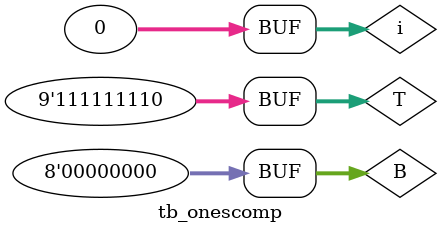
<source format=sv>

module tb_onescomp;
parameter n_bits=8;
parameter pulses=9;
integer i =0;


wire  [n_bits-1:0] Bbar;
reg  [n_bits-1:0] B;
reg [pulses-1:0] T;


ones_comp U0(.B(B),.T(T),.Bbar(Bbar));

initial begin

B[0]=1'b0;
B[1]=1'b0;
B[2]=1'b0;
B[3]=1'b0;
B[4]=1'b0;
B[5]=1'b0;
B[6]=1'b0;
B[7]=1'b0;
B[8]=1'b0;


T[0] =1'b0;
T[1] = 1'b1;
T[2] = 1'b1;
T[3] = 1'b1;
T[4] = 1'b1;
T[5] = 1'b1;
T[6] = 1'b1;
T[7] = 1'b1;
T[8] = 1'b1;
T[9] = 1'b1;

end
endmodule

</source>
